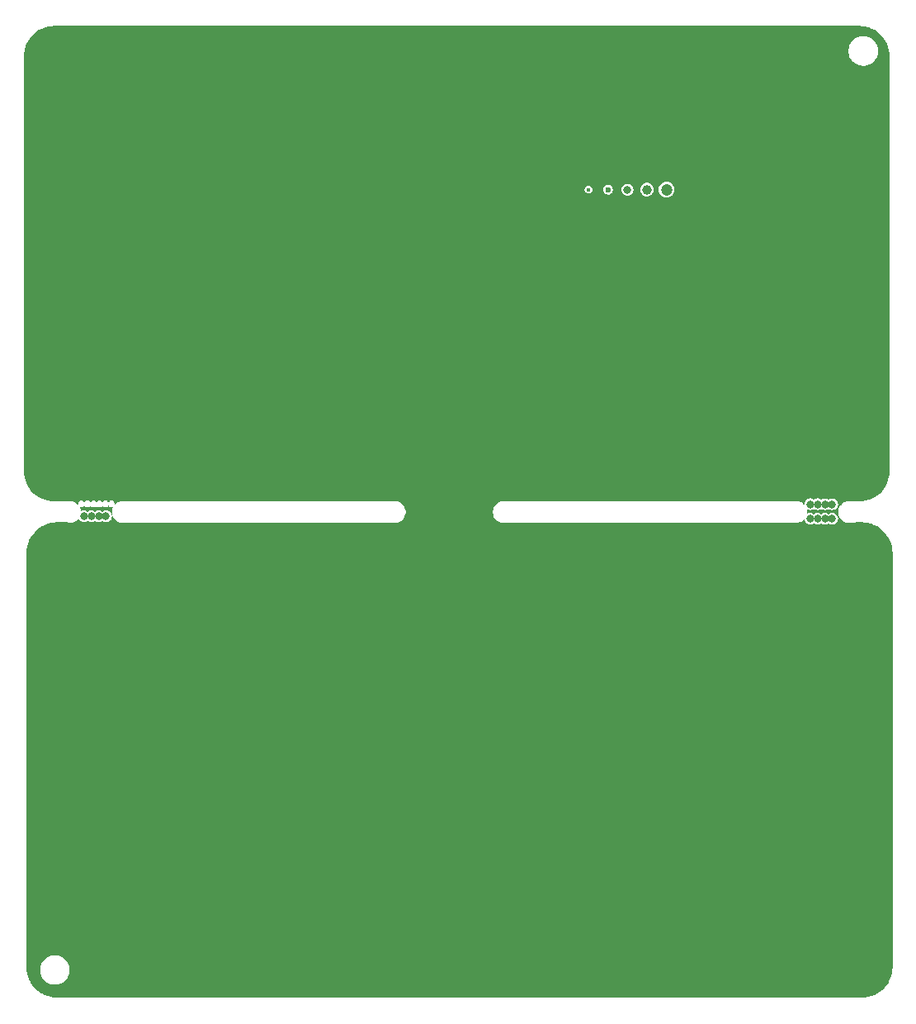
<source format=gbr>
G04 #@! TF.GenerationSoftware,KiCad,Pcbnew,8.0.2*
G04 #@! TF.CreationDate,2024-10-23T21:31:03+03:00*
G04 #@! TF.ProjectId,card_template,63617264-5f74-4656-9d70-6c6174652e6b,00*
G04 #@! TF.SameCoordinates,Original*
G04 #@! TF.FileFunction,Copper,L2,Bot*
G04 #@! TF.FilePolarity,Positive*
%FSLAX46Y46*%
G04 Gerber Fmt 4.6, Leading zero omitted, Abs format (unit mm)*
G04 Created by KiCad (PCBNEW 8.0.2) date 2024-10-23 21:31:03*
%MOMM*%
%LPD*%
G01*
G04 APERTURE LIST*
G04 #@! TA.AperFunction,ViaPad*
%ADD10C,0.800000*%
G04 #@! TD*
G04 #@! TA.AperFunction,ViaPad*
%ADD11C,1.200000*%
G04 #@! TD*
G04 #@! TA.AperFunction,ViaPad*
%ADD12C,0.600000*%
G04 #@! TD*
G04 #@! TA.AperFunction,ViaPad*
%ADD13C,1.000000*%
G04 #@! TD*
G04 #@! TA.AperFunction,ViaPad*
%ADD14C,0.400000*%
G04 #@! TD*
G04 APERTURE END LIST*
D10*
X172500000Y-94250000D03*
D11*
X155500000Y-60500000D03*
D10*
X171000000Y-94250000D03*
X98000000Y-94000000D03*
X171750000Y-92750000D03*
D12*
X149500000Y-60500000D03*
D10*
X96500000Y-94000000D03*
X95750000Y-94000000D03*
X171750000Y-94250000D03*
X172500000Y-92750000D03*
X151500000Y-60500000D03*
X97250000Y-94000000D03*
X171000000Y-92750000D03*
X170250000Y-92750000D03*
D13*
X153500000Y-60500000D03*
D10*
X170250000Y-94250000D03*
D14*
X147500000Y-60500000D03*
G04 #@! TA.AperFunction,NonConductor*
G36*
X175260305Y-43713516D02*
G01*
X175588615Y-43730721D01*
X175589801Y-43730846D01*
X175914224Y-43782229D01*
X175915405Y-43782481D01*
X176120754Y-43837504D01*
X176232651Y-43867488D01*
X176233816Y-43867866D01*
X176404453Y-43933367D01*
X176540446Y-43985570D01*
X176541558Y-43986064D01*
X176834216Y-44135181D01*
X176835266Y-44135788D01*
X177110717Y-44314668D01*
X177111692Y-44315375D01*
X177182027Y-44372331D01*
X177366953Y-44522081D01*
X177367863Y-44522901D01*
X177600098Y-44755136D01*
X177600918Y-44756046D01*
X177789602Y-44989052D01*
X177807618Y-45011299D01*
X177808337Y-45012290D01*
X177987208Y-45287728D01*
X177987821Y-45288788D01*
X178136933Y-45581438D01*
X178137431Y-45582557D01*
X178255133Y-45889183D01*
X178255511Y-45890348D01*
X178340516Y-46207586D01*
X178340771Y-46208784D01*
X178392151Y-46533182D01*
X178392279Y-46534400D01*
X178408946Y-46852438D01*
X178409484Y-46862694D01*
X178409500Y-46863306D01*
X178409500Y-89312693D01*
X178409484Y-89313305D01*
X178392279Y-89641599D01*
X178392151Y-89642817D01*
X178340771Y-89967215D01*
X178340516Y-89968413D01*
X178255511Y-90285651D01*
X178255133Y-90286816D01*
X178137431Y-90593442D01*
X178136933Y-90594561D01*
X177987821Y-90887211D01*
X177987208Y-90888271D01*
X177808337Y-91163709D01*
X177807618Y-91164700D01*
X177600918Y-91419953D01*
X177600098Y-91420863D01*
X177367863Y-91653098D01*
X177366953Y-91653918D01*
X177111700Y-91860618D01*
X177110709Y-91861337D01*
X176835271Y-92040208D01*
X176834211Y-92040821D01*
X176541561Y-92189933D01*
X176540442Y-92190431D01*
X176233816Y-92308133D01*
X176232651Y-92308511D01*
X175915413Y-92393516D01*
X175914215Y-92393771D01*
X175589817Y-92445151D01*
X175588599Y-92445279D01*
X175260305Y-92462484D01*
X175259693Y-92462500D01*
X174244628Y-92462500D01*
X174244225Y-92462493D01*
X174147523Y-92459160D01*
X174147512Y-92459160D01*
X173954759Y-92487200D01*
X173954756Y-92487200D01*
X173954755Y-92487201D01*
X173803206Y-92537886D01*
X173770014Y-92548987D01*
X173599166Y-92642552D01*
X173447618Y-92764935D01*
X173447616Y-92764937D01*
X173447614Y-92764939D01*
X173383893Y-92838600D01*
X173320170Y-92912264D01*
X173220876Y-93079851D01*
X173152878Y-93262392D01*
X173148832Y-93284847D01*
X173118331Y-93454102D01*
X173118331Y-93648898D01*
X173142107Y-93780833D01*
X173152878Y-93840607D01*
X173220876Y-94023148D01*
X173300045Y-94156768D01*
X173320172Y-94190738D01*
X173447614Y-94338061D01*
X173599164Y-94460446D01*
X173770017Y-94554014D01*
X173954755Y-94615799D01*
X174062963Y-94631539D01*
X174147512Y-94643839D01*
X174147515Y-94643839D01*
X174147522Y-94643840D01*
X174231895Y-94640931D01*
X174231897Y-94640932D01*
X174234323Y-94640848D01*
X174234324Y-94640849D01*
X174244467Y-94640498D01*
X174244873Y-94640484D01*
X174244873Y-94640487D01*
X174244881Y-94640483D01*
X174253143Y-94640205D01*
X174253143Y-94640204D01*
X174255130Y-94640138D01*
X174255172Y-94640128D01*
X175544740Y-94595590D01*
X175545730Y-94595598D01*
X175873684Y-94612782D01*
X175874870Y-94612907D01*
X176199296Y-94664286D01*
X176200477Y-94664538D01*
X176424756Y-94724631D01*
X176517729Y-94749542D01*
X176518893Y-94749919D01*
X176825528Y-94867622D01*
X176826640Y-94868116D01*
X177119302Y-95017231D01*
X177120351Y-95017838D01*
X177395807Y-95196718D01*
X177396798Y-95197437D01*
X177652050Y-95404131D01*
X177652960Y-95404951D01*
X177885200Y-95637186D01*
X177886019Y-95638096D01*
X178092725Y-95893349D01*
X178093445Y-95894340D01*
X178272321Y-96169779D01*
X178272934Y-96170839D01*
X178422052Y-96463491D01*
X178422550Y-96464610D01*
X178540258Y-96771238D01*
X178540636Y-96772403D01*
X178625644Y-97089644D01*
X178625899Y-97090842D01*
X178677283Y-97415242D01*
X178677411Y-97416460D01*
X178694548Y-97743384D01*
X178694564Y-97743996D01*
X178694564Y-140194757D01*
X178694548Y-140195369D01*
X178677346Y-140523665D01*
X178677218Y-140524883D01*
X178625841Y-140849282D01*
X178625586Y-140850480D01*
X178540584Y-141167721D01*
X178540206Y-141168886D01*
X178422505Y-141475512D01*
X178422007Y-141476631D01*
X178272896Y-141769283D01*
X178272283Y-141770343D01*
X178093412Y-142045782D01*
X178092693Y-142046773D01*
X177885992Y-142302027D01*
X177885172Y-142302937D01*
X177652937Y-142535172D01*
X177652027Y-142535992D01*
X177396773Y-142742693D01*
X177395782Y-142743412D01*
X177120343Y-142922283D01*
X177119283Y-142922896D01*
X176826631Y-143072007D01*
X176825512Y-143072505D01*
X176518886Y-143190206D01*
X176517721Y-143190584D01*
X176200480Y-143275586D01*
X176199282Y-143275841D01*
X175874883Y-143327218D01*
X175873665Y-143327346D01*
X175545369Y-143344548D01*
X175544757Y-143344564D01*
X92995371Y-143344564D01*
X92994759Y-143344548D01*
X92666468Y-143327339D01*
X92665250Y-143327211D01*
X92340857Y-143275828D01*
X92339659Y-143275573D01*
X92049286Y-143197764D01*
X92022424Y-143190566D01*
X92021260Y-143190189D01*
X91714639Y-143072484D01*
X91713520Y-143071986D01*
X91420875Y-142922872D01*
X91419815Y-142922259D01*
X91359207Y-142882899D01*
X91144379Y-142743384D01*
X91143396Y-142742671D01*
X90888144Y-142535967D01*
X90887234Y-142535147D01*
X90655004Y-142302912D01*
X90654184Y-142302002D01*
X90447495Y-142046756D01*
X90446776Y-142045765D01*
X90267900Y-141770315D01*
X90267293Y-141769266D01*
X90118182Y-141476611D01*
X90117686Y-141475495D01*
X89999989Y-141168872D01*
X89999611Y-141167707D01*
X89916109Y-140856059D01*
X89914609Y-140850462D01*
X89914357Y-140849281D01*
X89862978Y-140524862D01*
X89862853Y-140523665D01*
X89855343Y-140380333D01*
X91229500Y-140380333D01*
X91229500Y-140619666D01*
X91266937Y-140856043D01*
X91266941Y-140856059D01*
X91340893Y-141083661D01*
X91340895Y-141083665D01*
X91340897Y-141083670D01*
X91384028Y-141168318D01*
X91449555Y-141296922D01*
X91590219Y-141490529D01*
X91590223Y-141490533D01*
X91590227Y-141490539D01*
X91759461Y-141659773D01*
X91759466Y-141659777D01*
X91759470Y-141659780D01*
X91953077Y-141800444D01*
X91953082Y-141800446D01*
X91953084Y-141800448D01*
X92166330Y-141909103D01*
X92166335Y-141909104D01*
X92166338Y-141909106D01*
X92263141Y-141940559D01*
X92393949Y-141983061D01*
X92490143Y-141998296D01*
X92630333Y-142020500D01*
X92630334Y-142020500D01*
X92869666Y-142020500D01*
X93106051Y-141983061D01*
X93333670Y-141909103D01*
X93546916Y-141800448D01*
X93740539Y-141659773D01*
X93909773Y-141490539D01*
X94050448Y-141296916D01*
X94159103Y-141083670D01*
X94233061Y-140856051D01*
X94270500Y-140619666D01*
X94270500Y-140380334D01*
X94233061Y-140143949D01*
X94159103Y-139916330D01*
X94050448Y-139703084D01*
X94050446Y-139703082D01*
X94050444Y-139703077D01*
X93909780Y-139509470D01*
X93909777Y-139509466D01*
X93909773Y-139509461D01*
X93740539Y-139340227D01*
X93740533Y-139340223D01*
X93740529Y-139340219D01*
X93546922Y-139199555D01*
X93526762Y-139189283D01*
X93333670Y-139090897D01*
X93333667Y-139090896D01*
X93333665Y-139090895D01*
X93333661Y-139090893D01*
X93106059Y-139016941D01*
X93106043Y-139016937D01*
X92869667Y-138979500D01*
X92869666Y-138979500D01*
X92630334Y-138979500D01*
X92630333Y-138979500D01*
X92393956Y-139016937D01*
X92393940Y-139016941D01*
X92166338Y-139090893D01*
X92166334Y-139090895D01*
X91953077Y-139199555D01*
X91759470Y-139340219D01*
X91759454Y-139340233D01*
X91590233Y-139509454D01*
X91590219Y-139509470D01*
X91449555Y-139703077D01*
X91340895Y-139916334D01*
X91340893Y-139916338D01*
X91266941Y-140143940D01*
X91266937Y-140143956D01*
X91229500Y-140380333D01*
X89855343Y-140380333D01*
X89846193Y-140205697D01*
X89845580Y-140193990D01*
X89845564Y-140193378D01*
X89845564Y-97745370D01*
X89845580Y-97744758D01*
X89854356Y-97577331D01*
X89862789Y-97416447D01*
X89862914Y-97415265D01*
X89914300Y-97090839D01*
X89914550Y-97089665D01*
X89999564Y-96772403D01*
X89999938Y-96771251D01*
X90067005Y-96596538D01*
X90117645Y-96464616D01*
X90118134Y-96463518D01*
X90267265Y-96170839D01*
X90267857Y-96169813D01*
X90446749Y-95894345D01*
X90447443Y-95893388D01*
X90654165Y-95638109D01*
X90654966Y-95637220D01*
X90887220Y-95404966D01*
X90888109Y-95404165D01*
X91143388Y-95197443D01*
X91144345Y-95196749D01*
X91419813Y-95017857D01*
X91420847Y-95017260D01*
X91713518Y-94868134D01*
X91714616Y-94867645D01*
X92021251Y-94749937D01*
X92022416Y-94749560D01*
X92022483Y-94749542D01*
X92339665Y-94664550D01*
X92340839Y-94664300D01*
X92665265Y-94612914D01*
X92666447Y-94612789D01*
X92992508Y-94595698D01*
X92994759Y-94595580D01*
X92995371Y-94595564D01*
X93003350Y-94595564D01*
X94008239Y-94595564D01*
X94010004Y-94595697D01*
X94275555Y-94636242D01*
X94278029Y-94637309D01*
X94278116Y-94637073D01*
X94279856Y-94637704D01*
X94279857Y-94637705D01*
X94285948Y-94637910D01*
X94287300Y-94638035D01*
X94295592Y-94639302D01*
X94295593Y-94639301D01*
X94297792Y-94638760D01*
X94300988Y-94638427D01*
X94385490Y-94641339D01*
X94578280Y-94613290D01*
X94763038Y-94551490D01*
X94933905Y-94457900D01*
X95085463Y-94335486D01*
X95176866Y-94229799D01*
X95184869Y-94225784D01*
X95193368Y-94228603D01*
X95196524Y-94232976D01*
X95225459Y-94302832D01*
X95225463Y-94302838D01*
X95225464Y-94302841D01*
X95321718Y-94428282D01*
X95447159Y-94524536D01*
X95447163Y-94524537D01*
X95447167Y-94524540D01*
X95562150Y-94572167D01*
X95593238Y-94585044D01*
X95750000Y-94605682D01*
X95906762Y-94585044D01*
X96007633Y-94543262D01*
X96052832Y-94524540D01*
X96052833Y-94524539D01*
X96052841Y-94524536D01*
X96117878Y-94474630D01*
X96126527Y-94472313D01*
X96132120Y-94474630D01*
X96197159Y-94524536D01*
X96197163Y-94524537D01*
X96197167Y-94524540D01*
X96312150Y-94572167D01*
X96343238Y-94585044D01*
X96500000Y-94605682D01*
X96656762Y-94585044D01*
X96757633Y-94543262D01*
X96802832Y-94524540D01*
X96802833Y-94524539D01*
X96802841Y-94524536D01*
X96867878Y-94474630D01*
X96876527Y-94472313D01*
X96882120Y-94474630D01*
X96947159Y-94524536D01*
X96947163Y-94524537D01*
X96947167Y-94524540D01*
X97062150Y-94572167D01*
X97093238Y-94585044D01*
X97250000Y-94605682D01*
X97406762Y-94585044D01*
X97507633Y-94543262D01*
X97552832Y-94524540D01*
X97552833Y-94524539D01*
X97552841Y-94524536D01*
X97617878Y-94474630D01*
X97626527Y-94472313D01*
X97632120Y-94474630D01*
X97697159Y-94524536D01*
X97697163Y-94524537D01*
X97697167Y-94524540D01*
X97812150Y-94572167D01*
X97843238Y-94585044D01*
X98000000Y-94605682D01*
X98156762Y-94585044D01*
X98257633Y-94543262D01*
X98302832Y-94524540D01*
X98302833Y-94524539D01*
X98302841Y-94524536D01*
X98428282Y-94428282D01*
X98524536Y-94302841D01*
X98585044Y-94156762D01*
X98605682Y-94000000D01*
X98585044Y-93843238D01*
X98559195Y-93780833D01*
X98524540Y-93697167D01*
X98524537Y-93697163D01*
X98524536Y-93697159D01*
X98428282Y-93571718D01*
X98302841Y-93475464D01*
X98302838Y-93475463D01*
X98302832Y-93475459D01*
X98156768Y-93414958D01*
X98156759Y-93414955D01*
X98000000Y-93394318D01*
X97843240Y-93414955D01*
X97843231Y-93414958D01*
X97697167Y-93475459D01*
X97697153Y-93475468D01*
X97632122Y-93525368D01*
X97623473Y-93527686D01*
X97617878Y-93525368D01*
X97552846Y-93475468D01*
X97552847Y-93475468D01*
X97552841Y-93475464D01*
X97552837Y-93475462D01*
X97552832Y-93475459D01*
X97406768Y-93414958D01*
X97406759Y-93414955D01*
X97250000Y-93394318D01*
X97093240Y-93414955D01*
X97093231Y-93414958D01*
X96947167Y-93475459D01*
X96947153Y-93475468D01*
X96882122Y-93525368D01*
X96873473Y-93527686D01*
X96867878Y-93525368D01*
X96802846Y-93475468D01*
X96802847Y-93475468D01*
X96802841Y-93475464D01*
X96802837Y-93475462D01*
X96802832Y-93475459D01*
X96656768Y-93414958D01*
X96656759Y-93414955D01*
X96500000Y-93394318D01*
X96343240Y-93414955D01*
X96343231Y-93414958D01*
X96197167Y-93475459D01*
X96197153Y-93475468D01*
X96132122Y-93525368D01*
X96123473Y-93527686D01*
X96117878Y-93525368D01*
X96052846Y-93475468D01*
X96052847Y-93475468D01*
X96052841Y-93475464D01*
X96052837Y-93475462D01*
X96052832Y-93475459D01*
X95906768Y-93414958D01*
X95906759Y-93414955D01*
X95750000Y-93394318D01*
X95593240Y-93414955D01*
X95593231Y-93414958D01*
X95447167Y-93475459D01*
X95447157Y-93475465D01*
X95433475Y-93485963D01*
X95424825Y-93488280D01*
X95417070Y-93483802D01*
X95414653Y-93476683D01*
X95414649Y-93451376D01*
X95414562Y-93450896D01*
X95408078Y-93414958D01*
X95380055Y-93259652D01*
X95314510Y-93083822D01*
X95312006Y-93077105D01*
X95310758Y-93075000D01*
X95287575Y-93035896D01*
X95286304Y-93027034D01*
X95291673Y-93019867D01*
X95300537Y-93018595D01*
X95303490Y-93019799D01*
X95340405Y-93041113D01*
X95340409Y-93041115D01*
X95396829Y-93056232D01*
X95429549Y-93064999D01*
X95429551Y-93065000D01*
X95429552Y-93065000D01*
X95521841Y-93065000D01*
X95521841Y-93064999D01*
X95573660Y-93051115D01*
X95610982Y-93041115D01*
X95610986Y-93041113D01*
X95673584Y-93004971D01*
X95690908Y-92994969D01*
X95756165Y-92929712D01*
X95772678Y-92901110D01*
X95779781Y-92895661D01*
X95788659Y-92896829D01*
X95792939Y-92901109D01*
X95815227Y-92939712D01*
X95880484Y-93004969D01*
X95880485Y-93004970D01*
X95880487Y-93004971D01*
X95960405Y-93051113D01*
X95960409Y-93051115D01*
X96012231Y-93065000D01*
X96049549Y-93074999D01*
X96049551Y-93075000D01*
X96049552Y-93075000D01*
X96141841Y-93075000D01*
X96141841Y-93074999D01*
X96186412Y-93063057D01*
X96230982Y-93051115D01*
X96230986Y-93051113D01*
X96272691Y-93027034D01*
X96310908Y-93004969D01*
X96376165Y-92939712D01*
X96394725Y-92907563D01*
X96401829Y-92902114D01*
X96410707Y-92903282D01*
X96414989Y-92907565D01*
X96433547Y-92939708D01*
X96433549Y-92939711D01*
X96433550Y-92939712D01*
X96498807Y-93004969D01*
X96498808Y-93004970D01*
X96498810Y-93004971D01*
X96578728Y-93051113D01*
X96578732Y-93051115D01*
X96630554Y-93065000D01*
X96667872Y-93074999D01*
X96667874Y-93075000D01*
X96667875Y-93075000D01*
X96760164Y-93075000D01*
X96760164Y-93074999D01*
X96804735Y-93063057D01*
X96849305Y-93051115D01*
X96849309Y-93051113D01*
X96891014Y-93027034D01*
X96929231Y-93004969D01*
X96994488Y-92939712D01*
X97013048Y-92907563D01*
X97020152Y-92902114D01*
X97029030Y-92903282D01*
X97033312Y-92907565D01*
X97051870Y-92939708D01*
X97051872Y-92939711D01*
X97051873Y-92939712D01*
X97117130Y-93004969D01*
X97117131Y-93004970D01*
X97117133Y-93004971D01*
X97197051Y-93051113D01*
X97197055Y-93051115D01*
X97248877Y-93065000D01*
X97286195Y-93074999D01*
X97286197Y-93075000D01*
X97286198Y-93075000D01*
X97378487Y-93075000D01*
X97378487Y-93074999D01*
X97423058Y-93063057D01*
X97467628Y-93051115D01*
X97467632Y-93051113D01*
X97509337Y-93027034D01*
X97547554Y-93004969D01*
X97612811Y-92939712D01*
X97631371Y-92907563D01*
X97638475Y-92902114D01*
X97647353Y-92903282D01*
X97651635Y-92907565D01*
X97670193Y-92939708D01*
X97670195Y-92939711D01*
X97670196Y-92939712D01*
X97735453Y-93004969D01*
X97735454Y-93004970D01*
X97735456Y-93004971D01*
X97815374Y-93051113D01*
X97815378Y-93051115D01*
X97867200Y-93065000D01*
X97904518Y-93074999D01*
X97904520Y-93075000D01*
X97904521Y-93075000D01*
X97996810Y-93075000D01*
X97996810Y-93074999D01*
X98041381Y-93063057D01*
X98085951Y-93051115D01*
X98085955Y-93051113D01*
X98127660Y-93027034D01*
X98165877Y-93004969D01*
X98231134Y-92939712D01*
X98243701Y-92917944D01*
X98250803Y-92912495D01*
X98259682Y-92913663D01*
X98263964Y-92917946D01*
X98276528Y-92939708D01*
X98276530Y-92939711D01*
X98276531Y-92939712D01*
X98341788Y-93004969D01*
X98341789Y-93004970D01*
X98341791Y-93004971D01*
X98421709Y-93051113D01*
X98421713Y-93051115D01*
X98473535Y-93065000D01*
X98510853Y-93074999D01*
X98510855Y-93075000D01*
X98510856Y-93075000D01*
X98603145Y-93075000D01*
X98603145Y-93074999D01*
X98647716Y-93063057D01*
X98692286Y-93051115D01*
X98692288Y-93051114D01*
X98706215Y-93043072D01*
X98715091Y-93041903D01*
X98722196Y-93047354D01*
X98723366Y-93056232D01*
X98722130Y-93059169D01*
X98709876Y-93079851D01*
X98641878Y-93262392D01*
X98637832Y-93284847D01*
X98607331Y-93454102D01*
X98607331Y-93648898D01*
X98631107Y-93780833D01*
X98641878Y-93840607D01*
X98709876Y-94023148D01*
X98789045Y-94156768D01*
X98809172Y-94190738D01*
X98936614Y-94338061D01*
X99088164Y-94460446D01*
X99259017Y-94554014D01*
X99443755Y-94615799D01*
X99551963Y-94631539D01*
X99636512Y-94643839D01*
X99636515Y-94643839D01*
X99636522Y-94643840D01*
X99733231Y-94640505D01*
X99733633Y-94640499D01*
X127610434Y-94644999D01*
X127610723Y-94645005D01*
X127707478Y-94648340D01*
X127707485Y-94648339D01*
X127707487Y-94648339D01*
X127773335Y-94638760D01*
X127900245Y-94620299D01*
X128084983Y-94558514D01*
X128255836Y-94464946D01*
X128407386Y-94342561D01*
X128534828Y-94195238D01*
X128634123Y-94027649D01*
X128702122Y-93845106D01*
X128736669Y-93653398D01*
X128736669Y-93458602D01*
X128735858Y-93454102D01*
X137691331Y-93454102D01*
X137691331Y-93648898D01*
X137715107Y-93780833D01*
X137725878Y-93840607D01*
X137793876Y-94023148D01*
X137873045Y-94156768D01*
X137893172Y-94190738D01*
X138020614Y-94338061D01*
X138172164Y-94460446D01*
X138343017Y-94554014D01*
X138527755Y-94615799D01*
X138635963Y-94631539D01*
X138720512Y-94643839D01*
X138720515Y-94643839D01*
X138720522Y-94643840D01*
X138817282Y-94640504D01*
X138817571Y-94640498D01*
X168830373Y-94635000D01*
X168830774Y-94635006D01*
X168927478Y-94638340D01*
X168927485Y-94638339D01*
X168927487Y-94638339D01*
X168984984Y-94629974D01*
X169120245Y-94610299D01*
X169304983Y-94548514D01*
X169475836Y-94454946D01*
X169627386Y-94332561D01*
X169634468Y-94324373D01*
X169642471Y-94320359D01*
X169650970Y-94323179D01*
X169654916Y-94330501D01*
X169664955Y-94406759D01*
X169664958Y-94406768D01*
X169725459Y-94552832D01*
X169725463Y-94552838D01*
X169725464Y-94552841D01*
X169821718Y-94678282D01*
X169947159Y-94774536D01*
X169947163Y-94774537D01*
X169947167Y-94774540D01*
X170074573Y-94827312D01*
X170093238Y-94835044D01*
X170250000Y-94855682D01*
X170406762Y-94835044D01*
X170502322Y-94795461D01*
X170552832Y-94774540D01*
X170552833Y-94774539D01*
X170552841Y-94774536D01*
X170617878Y-94724630D01*
X170626527Y-94722313D01*
X170632120Y-94724630D01*
X170697159Y-94774536D01*
X170697163Y-94774537D01*
X170697167Y-94774540D01*
X170824573Y-94827312D01*
X170843238Y-94835044D01*
X171000000Y-94855682D01*
X171156762Y-94835044D01*
X171252322Y-94795461D01*
X171302832Y-94774540D01*
X171302833Y-94774539D01*
X171302841Y-94774536D01*
X171367878Y-94724630D01*
X171376527Y-94722313D01*
X171382120Y-94724630D01*
X171447159Y-94774536D01*
X171447163Y-94774537D01*
X171447167Y-94774540D01*
X171574573Y-94827312D01*
X171593238Y-94835044D01*
X171750000Y-94855682D01*
X171906762Y-94835044D01*
X172002322Y-94795461D01*
X172052832Y-94774540D01*
X172052833Y-94774539D01*
X172052841Y-94774536D01*
X172117878Y-94724630D01*
X172126527Y-94722313D01*
X172132120Y-94724630D01*
X172197159Y-94774536D01*
X172197163Y-94774537D01*
X172197167Y-94774540D01*
X172324573Y-94827312D01*
X172343238Y-94835044D01*
X172500000Y-94855682D01*
X172656762Y-94835044D01*
X172752322Y-94795461D01*
X172802832Y-94774540D01*
X172802833Y-94774539D01*
X172802841Y-94774536D01*
X172928282Y-94678282D01*
X173024536Y-94552841D01*
X173026329Y-94548514D01*
X173065085Y-94454947D01*
X173085044Y-94406762D01*
X173105682Y-94250000D01*
X173085044Y-94093238D01*
X173057876Y-94027648D01*
X173024540Y-93947167D01*
X173024537Y-93947163D01*
X173024536Y-93947159D01*
X172928282Y-93821718D01*
X172802841Y-93725464D01*
X172802838Y-93725463D01*
X172802832Y-93725459D01*
X172656768Y-93664958D01*
X172656759Y-93664955D01*
X172500000Y-93644318D01*
X172343240Y-93664955D01*
X172343231Y-93664958D01*
X172197167Y-93725459D01*
X172197153Y-93725468D01*
X172132122Y-93775368D01*
X172123473Y-93777686D01*
X172117878Y-93775368D01*
X172052846Y-93725468D01*
X172052847Y-93725468D01*
X172052841Y-93725464D01*
X172052837Y-93725462D01*
X172052832Y-93725459D01*
X171906768Y-93664958D01*
X171906759Y-93664955D01*
X171750000Y-93644318D01*
X171593240Y-93664955D01*
X171593231Y-93664958D01*
X171447167Y-93725459D01*
X171447153Y-93725468D01*
X171382122Y-93775368D01*
X171373473Y-93777686D01*
X171367878Y-93775368D01*
X171302846Y-93725468D01*
X171302847Y-93725468D01*
X171302841Y-93725464D01*
X171302837Y-93725462D01*
X171302832Y-93725459D01*
X171156768Y-93664958D01*
X171156759Y-93664955D01*
X171000000Y-93644318D01*
X170843240Y-93664955D01*
X170843231Y-93664958D01*
X170697167Y-93725459D01*
X170697153Y-93725468D01*
X170632122Y-93775368D01*
X170623473Y-93777686D01*
X170617878Y-93775368D01*
X170552846Y-93725468D01*
X170552847Y-93725468D01*
X170552841Y-93725464D01*
X170552837Y-93725462D01*
X170552832Y-93725459D01*
X170406768Y-93664958D01*
X170406759Y-93664955D01*
X170250000Y-93644318D01*
X170093240Y-93664955D01*
X170093231Y-93664958D01*
X169961245Y-93719628D01*
X169952291Y-93719628D01*
X169945959Y-93713296D01*
X169945253Y-93706744D01*
X169946979Y-93697167D01*
X169956669Y-93643398D01*
X169956669Y-93448602D01*
X169927159Y-93284846D01*
X169929065Y-93276097D01*
X169936599Y-93271257D01*
X169945349Y-93273163D01*
X169945779Y-93273477D01*
X169947159Y-93274536D01*
X169947161Y-93274537D01*
X169947167Y-93274540D01*
X170074573Y-93327312D01*
X170093238Y-93335044D01*
X170250000Y-93355682D01*
X170406762Y-93335044D01*
X170527948Y-93284847D01*
X170552832Y-93274540D01*
X170552833Y-93274539D01*
X170552841Y-93274536D01*
X170617878Y-93224630D01*
X170626527Y-93222313D01*
X170632120Y-93224630D01*
X170697159Y-93274536D01*
X170697163Y-93274537D01*
X170697167Y-93274540D01*
X170824573Y-93327312D01*
X170843238Y-93335044D01*
X171000000Y-93355682D01*
X171156762Y-93335044D01*
X171277948Y-93284847D01*
X171302832Y-93274540D01*
X171302833Y-93274539D01*
X171302841Y-93274536D01*
X171367878Y-93224630D01*
X171376527Y-93222313D01*
X171382120Y-93224630D01*
X171447159Y-93274536D01*
X171447163Y-93274537D01*
X171447167Y-93274540D01*
X171574573Y-93327312D01*
X171593238Y-93335044D01*
X171750000Y-93355682D01*
X171906762Y-93335044D01*
X172027948Y-93284847D01*
X172052832Y-93274540D01*
X172052833Y-93274539D01*
X172052841Y-93274536D01*
X172117878Y-93224630D01*
X172126527Y-93222313D01*
X172132120Y-93224630D01*
X172197159Y-93274536D01*
X172197163Y-93274537D01*
X172197167Y-93274540D01*
X172324573Y-93327312D01*
X172343238Y-93335044D01*
X172500000Y-93355682D01*
X172656762Y-93335044D01*
X172777948Y-93284847D01*
X172802832Y-93274540D01*
X172802833Y-93274539D01*
X172802841Y-93274536D01*
X172928282Y-93178282D01*
X173024536Y-93052841D01*
X173025252Y-93051114D01*
X173071395Y-92939713D01*
X173085044Y-92906762D01*
X173105682Y-92750000D01*
X173085044Y-92593238D01*
X173065360Y-92545716D01*
X173024540Y-92447167D01*
X173024537Y-92447163D01*
X173024536Y-92447159D01*
X172928282Y-92321718D01*
X172802841Y-92225464D01*
X172802838Y-92225463D01*
X172802832Y-92225459D01*
X172656768Y-92164958D01*
X172656759Y-92164955D01*
X172500000Y-92144318D01*
X172343240Y-92164955D01*
X172343231Y-92164958D01*
X172197167Y-92225459D01*
X172197153Y-92225468D01*
X172132122Y-92275368D01*
X172123473Y-92277686D01*
X172117878Y-92275368D01*
X172052846Y-92225468D01*
X172052847Y-92225468D01*
X172052841Y-92225464D01*
X172052837Y-92225462D01*
X172052832Y-92225459D01*
X171906768Y-92164958D01*
X171906759Y-92164955D01*
X171750000Y-92144318D01*
X171593240Y-92164955D01*
X171593231Y-92164958D01*
X171447167Y-92225459D01*
X171447153Y-92225468D01*
X171382122Y-92275368D01*
X171373473Y-92277686D01*
X171367878Y-92275368D01*
X171302846Y-92225468D01*
X171302847Y-92225468D01*
X171302841Y-92225464D01*
X171302837Y-92225462D01*
X171302832Y-92225459D01*
X171156768Y-92164958D01*
X171156759Y-92164955D01*
X171000000Y-92144318D01*
X170843240Y-92164955D01*
X170843231Y-92164958D01*
X170697167Y-92225459D01*
X170697153Y-92225468D01*
X170632122Y-92275368D01*
X170623473Y-92277686D01*
X170617878Y-92275368D01*
X170552846Y-92225468D01*
X170552847Y-92225468D01*
X170552841Y-92225464D01*
X170552837Y-92225462D01*
X170552832Y-92225459D01*
X170406768Y-92164958D01*
X170406759Y-92164955D01*
X170250000Y-92144318D01*
X170093240Y-92164955D01*
X170093231Y-92164958D01*
X169947167Y-92225459D01*
X169947157Y-92225465D01*
X169821718Y-92321718D01*
X169725465Y-92447157D01*
X169725459Y-92447167D01*
X169664958Y-92593231D01*
X169664955Y-92593240D01*
X169644290Y-92750210D01*
X169639812Y-92757965D01*
X169631163Y-92760283D01*
X169625339Y-92757786D01*
X169526979Y-92678355D01*
X169475836Y-92637054D01*
X169475834Y-92637053D01*
X169475833Y-92637052D01*
X169304985Y-92543487D01*
X169304984Y-92543486D01*
X169304983Y-92543486D01*
X169120245Y-92481701D01*
X169120241Y-92481700D01*
X169120240Y-92481700D01*
X168927487Y-92453660D01*
X168927476Y-92453660D01*
X168830773Y-92456993D01*
X168830372Y-92457000D01*
X138817627Y-92462498D01*
X138817222Y-92462491D01*
X138720523Y-92459160D01*
X138720512Y-92459160D01*
X138527759Y-92487200D01*
X138527756Y-92487200D01*
X138527755Y-92487201D01*
X138376206Y-92537886D01*
X138343014Y-92548987D01*
X138172166Y-92642552D01*
X138020618Y-92764935D01*
X138020616Y-92764937D01*
X138020614Y-92764939D01*
X137956893Y-92838600D01*
X137893170Y-92912264D01*
X137793876Y-93079851D01*
X137725878Y-93262392D01*
X137721832Y-93284847D01*
X137691331Y-93454102D01*
X128735858Y-93454102D01*
X128702122Y-93266894D01*
X128634123Y-93084351D01*
X128534828Y-92916762D01*
X128407386Y-92769439D01*
X128255836Y-92647054D01*
X128255834Y-92647053D01*
X128255833Y-92647052D01*
X128084985Y-92553487D01*
X128084984Y-92553486D01*
X128084983Y-92553486D01*
X127900245Y-92491701D01*
X127900241Y-92491700D01*
X127900240Y-92491700D01*
X127707487Y-92463660D01*
X127707476Y-92463660D01*
X127610769Y-92466992D01*
X127610364Y-92466999D01*
X99733619Y-92462499D01*
X99733218Y-92462492D01*
X99636523Y-92459160D01*
X99636512Y-92459160D01*
X99443759Y-92487200D01*
X99443756Y-92487200D01*
X99443755Y-92487201D01*
X99292206Y-92537886D01*
X99259014Y-92548987D01*
X99088166Y-92642552D01*
X98936618Y-92764935D01*
X98936610Y-92764943D01*
X98928048Y-92774840D01*
X98920044Y-92778855D01*
X98911545Y-92776033D01*
X98907530Y-92768029D01*
X98907500Y-92767185D01*
X98907500Y-92678355D01*
X98907499Y-92678353D01*
X98904820Y-92668356D01*
X98897907Y-92642554D01*
X98883615Y-92589213D01*
X98883613Y-92589209D01*
X98837471Y-92509291D01*
X98837467Y-92509286D01*
X98772213Y-92444032D01*
X98772208Y-92444028D01*
X98692290Y-92397886D01*
X98692286Y-92397884D01*
X98603146Y-92374000D01*
X98603144Y-92374000D01*
X98510856Y-92374000D01*
X98510853Y-92374000D01*
X98421713Y-92397884D01*
X98421709Y-92397886D01*
X98341791Y-92444028D01*
X98341786Y-92444032D01*
X98276532Y-92509286D01*
X98276528Y-92509292D01*
X98263964Y-92531053D01*
X98256860Y-92536504D01*
X98247982Y-92535335D01*
X98243701Y-92531055D01*
X98231134Y-92509288D01*
X98165877Y-92444031D01*
X98165876Y-92444030D01*
X98165873Y-92444028D01*
X98085955Y-92397886D01*
X98085951Y-92397884D01*
X97996811Y-92374000D01*
X97996809Y-92374000D01*
X97904521Y-92374000D01*
X97904518Y-92374000D01*
X97815378Y-92397884D01*
X97815374Y-92397886D01*
X97735456Y-92444028D01*
X97735451Y-92444032D01*
X97670197Y-92509286D01*
X97670193Y-92509292D01*
X97651635Y-92541434D01*
X97644531Y-92546885D01*
X97635653Y-92545716D01*
X97631371Y-92541434D01*
X97612813Y-92509291D01*
X97612809Y-92509286D01*
X97547555Y-92444032D01*
X97547550Y-92444028D01*
X97467632Y-92397886D01*
X97467628Y-92397884D01*
X97378488Y-92374000D01*
X97378486Y-92374000D01*
X97286198Y-92374000D01*
X97286195Y-92374000D01*
X97197055Y-92397884D01*
X97197051Y-92397886D01*
X97117133Y-92444028D01*
X97117128Y-92444032D01*
X97051874Y-92509286D01*
X97051870Y-92509292D01*
X97033312Y-92541434D01*
X97026208Y-92546885D01*
X97017330Y-92545716D01*
X97013048Y-92541434D01*
X96994490Y-92509291D01*
X96994486Y-92509286D01*
X96929232Y-92444032D01*
X96929227Y-92444028D01*
X96849309Y-92397886D01*
X96849305Y-92397884D01*
X96760165Y-92374000D01*
X96760163Y-92374000D01*
X96667875Y-92374000D01*
X96667872Y-92374000D01*
X96578732Y-92397884D01*
X96578728Y-92397886D01*
X96498810Y-92444028D01*
X96498805Y-92444032D01*
X96433551Y-92509286D01*
X96433547Y-92509292D01*
X96414989Y-92541434D01*
X96407885Y-92546885D01*
X96399007Y-92545716D01*
X96394725Y-92541434D01*
X96376167Y-92509291D01*
X96376163Y-92509286D01*
X96310909Y-92444032D01*
X96310904Y-92444028D01*
X96230986Y-92397886D01*
X96230982Y-92397884D01*
X96141842Y-92374000D01*
X96141840Y-92374000D01*
X96049552Y-92374000D01*
X96049549Y-92374000D01*
X95960409Y-92397884D01*
X95960405Y-92397886D01*
X95880487Y-92444028D01*
X95880482Y-92444032D01*
X95815228Y-92509286D01*
X95815224Y-92509292D01*
X95798714Y-92537886D01*
X95791610Y-92543337D01*
X95782732Y-92542168D01*
X95778450Y-92537886D01*
X95756167Y-92499291D01*
X95756163Y-92499286D01*
X95690909Y-92434032D01*
X95690904Y-92434028D01*
X95610986Y-92387886D01*
X95610982Y-92387884D01*
X95521842Y-92364000D01*
X95521840Y-92364000D01*
X95429552Y-92364000D01*
X95429549Y-92364000D01*
X95340409Y-92387884D01*
X95340405Y-92387886D01*
X95260487Y-92434028D01*
X95260482Y-92434032D01*
X95195228Y-92499286D01*
X95195224Y-92499291D01*
X95149082Y-92579209D01*
X95149080Y-92579213D01*
X95125196Y-92668353D01*
X95125196Y-92760646D01*
X95130578Y-92780733D01*
X95129409Y-92789611D01*
X95122305Y-92795062D01*
X95113427Y-92793893D01*
X95110432Y-92791420D01*
X95085154Y-92762215D01*
X94981243Y-92678353D01*
X94933552Y-92639864D01*
X94933551Y-92639863D01*
X94933548Y-92639861D01*
X94762644Y-92546337D01*
X94762640Y-92546335D01*
X94762639Y-92546335D01*
X94577866Y-92484610D01*
X94385060Y-92456637D01*
X94288721Y-92459993D01*
X94288333Y-92460000D01*
X92710320Y-92462499D01*
X92709689Y-92462483D01*
X92381400Y-92445279D01*
X92380182Y-92445151D01*
X92055784Y-92393771D01*
X92054586Y-92393516D01*
X91737348Y-92308511D01*
X91736183Y-92308133D01*
X91429557Y-92190431D01*
X91428438Y-92189933D01*
X91135788Y-92040821D01*
X91134728Y-92040208D01*
X90859290Y-91861337D01*
X90858303Y-91860621D01*
X90603046Y-91653918D01*
X90602136Y-91653098D01*
X90369901Y-91420863D01*
X90369081Y-91419953D01*
X90296161Y-91329904D01*
X90162375Y-91164692D01*
X90161668Y-91163717D01*
X89982788Y-90888266D01*
X89982178Y-90887211D01*
X89833066Y-90594561D01*
X89832568Y-90593442D01*
X89714866Y-90286816D01*
X89714488Y-90285651D01*
X89629483Y-89968413D01*
X89629228Y-89967215D01*
X89577846Y-89642801D01*
X89577721Y-89641615D01*
X89560516Y-89313305D01*
X89560500Y-89312693D01*
X89560500Y-60499999D01*
X147094508Y-60499999D01*
X147094508Y-60500000D01*
X147114353Y-60625302D01*
X147114353Y-60625303D01*
X147114354Y-60625304D01*
X147171950Y-60738342D01*
X147261658Y-60828050D01*
X147374696Y-60885646D01*
X147500000Y-60905492D01*
X147625304Y-60885646D01*
X147738342Y-60828050D01*
X147828050Y-60738342D01*
X147885646Y-60625304D01*
X147905492Y-60500000D01*
X148994353Y-60500000D01*
X149014834Y-60642455D01*
X149021367Y-60656759D01*
X149074623Y-60773373D01*
X149168872Y-60882143D01*
X149289947Y-60959953D01*
X149396694Y-60991296D01*
X149428038Y-61000500D01*
X149428039Y-61000500D01*
X149571961Y-61000500D01*
X149710053Y-60959953D01*
X149831128Y-60882143D01*
X149925377Y-60773373D01*
X149985165Y-60642457D01*
X150005647Y-60500000D01*
X150894318Y-60500000D01*
X150914955Y-60656759D01*
X150914958Y-60656768D01*
X150975459Y-60802832D01*
X150975463Y-60802838D01*
X150975464Y-60802841D01*
X151071718Y-60928282D01*
X151197159Y-61024536D01*
X151197163Y-61024537D01*
X151197167Y-61024540D01*
X151324573Y-61077312D01*
X151343238Y-61085044D01*
X151500000Y-61105682D01*
X151656762Y-61085044D01*
X151752322Y-61045461D01*
X151802832Y-61024540D01*
X151802833Y-61024539D01*
X151802841Y-61024536D01*
X151928282Y-60928282D01*
X152024536Y-60802841D01*
X152085044Y-60656762D01*
X152105682Y-60500000D01*
X152794355Y-60500000D01*
X152814860Y-60668874D01*
X152875180Y-60827927D01*
X152875184Y-60827933D01*
X152971813Y-60967924D01*
X152971814Y-60967925D01*
X152971817Y-60967929D01*
X153099148Y-61080734D01*
X153146680Y-61105681D01*
X153249774Y-61159790D01*
X153332359Y-61180145D01*
X153414944Y-61200500D01*
X153414945Y-61200500D01*
X153585055Y-61200500D01*
X153585056Y-61200500D01*
X153750225Y-61159790D01*
X153900852Y-61080734D01*
X154028183Y-60967929D01*
X154124818Y-60827930D01*
X154185140Y-60668872D01*
X154205645Y-60500000D01*
X154205645Y-60499996D01*
X154694435Y-60499996D01*
X154694435Y-60500003D01*
X154714631Y-60679252D01*
X154714631Y-60679253D01*
X154774209Y-60849518D01*
X154774210Y-60849520D01*
X154774211Y-60849522D01*
X154869077Y-61000500D01*
X154870187Y-61002266D01*
X154997733Y-61129812D01*
X154997735Y-61129813D01*
X154997738Y-61129816D01*
X155150478Y-61225789D01*
X155320745Y-61285368D01*
X155380496Y-61292100D01*
X155499996Y-61305565D01*
X155500000Y-61305565D01*
X155500004Y-61305565D01*
X155602431Y-61294023D01*
X155679255Y-61285368D01*
X155849522Y-61225789D01*
X156002262Y-61129816D01*
X156129816Y-61002262D01*
X156225789Y-60849522D01*
X156285368Y-60679255D01*
X156305565Y-60500000D01*
X156285368Y-60320745D01*
X156225789Y-60150478D01*
X156129816Y-59997738D01*
X156129813Y-59997735D01*
X156129812Y-59997733D01*
X156002266Y-59870187D01*
X156002263Y-59870185D01*
X156002262Y-59870184D01*
X155849522Y-59774211D01*
X155849520Y-59774210D01*
X155849518Y-59774209D01*
X155679252Y-59714631D01*
X155500004Y-59694435D01*
X155499996Y-59694435D01*
X155320747Y-59714631D01*
X155320746Y-59714631D01*
X155150481Y-59774209D01*
X154997733Y-59870187D01*
X154870187Y-59997733D01*
X154774209Y-60150481D01*
X154714631Y-60320746D01*
X154714631Y-60320747D01*
X154694435Y-60499996D01*
X154205645Y-60499996D01*
X154185140Y-60331128D01*
X154158794Y-60261658D01*
X154124819Y-60172072D01*
X154124815Y-60172066D01*
X154028186Y-60032075D01*
X154028185Y-60032074D01*
X154028183Y-60032071D01*
X153900852Y-59919266D01*
X153892638Y-59914955D01*
X153750225Y-59840209D01*
X153617715Y-59807549D01*
X153585056Y-59799500D01*
X153414944Y-59799500D01*
X153387676Y-59806220D01*
X153249774Y-59840209D01*
X153099149Y-59919265D01*
X153099148Y-59919266D01*
X152971817Y-60032071D01*
X152971816Y-60032072D01*
X152971813Y-60032075D01*
X152875184Y-60172066D01*
X152875180Y-60172072D01*
X152814860Y-60331125D01*
X152794355Y-60500000D01*
X152105682Y-60500000D01*
X152085044Y-60343238D01*
X152075728Y-60320747D01*
X152024540Y-60197167D01*
X152024537Y-60197163D01*
X152024536Y-60197159D01*
X151928282Y-60071718D01*
X151802841Y-59975464D01*
X151802838Y-59975463D01*
X151802832Y-59975459D01*
X151656768Y-59914958D01*
X151656759Y-59914955D01*
X151500000Y-59894318D01*
X151343240Y-59914955D01*
X151343231Y-59914958D01*
X151197167Y-59975459D01*
X151197157Y-59975465D01*
X151071718Y-60071718D01*
X150975465Y-60197157D01*
X150975459Y-60197167D01*
X150914958Y-60343231D01*
X150914955Y-60343240D01*
X150894318Y-60500000D01*
X150005647Y-60500000D01*
X149985165Y-60357543D01*
X149925377Y-60226627D01*
X149831128Y-60117857D01*
X149710053Y-60040047D01*
X149641007Y-60019773D01*
X149571962Y-59999500D01*
X149571961Y-59999500D01*
X149428039Y-59999500D01*
X149428038Y-59999500D01*
X149317111Y-60032071D01*
X149289947Y-60040047D01*
X149168872Y-60117857D01*
X149168870Y-60117858D01*
X149168870Y-60117859D01*
X149074622Y-60226628D01*
X149014834Y-60357544D01*
X148994353Y-60500000D01*
X147905492Y-60500000D01*
X147905491Y-60499996D01*
X147885646Y-60374697D01*
X147885646Y-60374696D01*
X147828050Y-60261658D01*
X147738342Y-60171950D01*
X147625304Y-60114354D01*
X147625303Y-60114353D01*
X147625302Y-60114353D01*
X147500000Y-60094508D01*
X147374697Y-60114353D01*
X147261657Y-60171950D01*
X147171950Y-60261657D01*
X147114353Y-60374697D01*
X147094508Y-60499999D01*
X89560500Y-60499999D01*
X89560500Y-46863306D01*
X89560516Y-46862694D01*
X89577721Y-46534382D01*
X89577846Y-46533200D01*
X89629230Y-46208772D01*
X89629480Y-46207598D01*
X89639599Y-46169833D01*
X174170000Y-46169833D01*
X174170000Y-46409166D01*
X174207437Y-46645543D01*
X174207441Y-46645559D01*
X174281393Y-46873161D01*
X174281395Y-46873165D01*
X174281397Y-46873170D01*
X174379783Y-47066262D01*
X174390055Y-47086422D01*
X174530719Y-47280029D01*
X174530723Y-47280033D01*
X174530727Y-47280039D01*
X174699961Y-47449273D01*
X174699966Y-47449277D01*
X174699970Y-47449280D01*
X174893577Y-47589944D01*
X174893582Y-47589946D01*
X174893584Y-47589948D01*
X175106830Y-47698603D01*
X175106835Y-47698604D01*
X175106838Y-47698606D01*
X175298261Y-47760803D01*
X175334449Y-47772561D01*
X175430643Y-47787796D01*
X175570833Y-47810000D01*
X175570834Y-47810000D01*
X175810166Y-47810000D01*
X176046551Y-47772561D01*
X176274170Y-47698603D01*
X176487416Y-47589948D01*
X176681039Y-47449273D01*
X176850273Y-47280039D01*
X176990948Y-47086416D01*
X177099603Y-46873170D01*
X177173561Y-46645551D01*
X177211000Y-46409166D01*
X177211000Y-46169834D01*
X177173561Y-45933449D01*
X177099603Y-45705830D01*
X176990948Y-45492584D01*
X176990946Y-45492582D01*
X176990944Y-45492577D01*
X176850280Y-45298970D01*
X176850277Y-45298966D01*
X176850273Y-45298961D01*
X176681039Y-45129727D01*
X176681033Y-45129723D01*
X176681029Y-45129719D01*
X176487422Y-44989055D01*
X176467262Y-44978783D01*
X176274170Y-44880397D01*
X176274167Y-44880396D01*
X176274165Y-44880395D01*
X176274161Y-44880393D01*
X176046559Y-44806441D01*
X176046543Y-44806437D01*
X175810167Y-44769000D01*
X175810166Y-44769000D01*
X175570834Y-44769000D01*
X175570833Y-44769000D01*
X175334456Y-44806437D01*
X175334440Y-44806441D01*
X175106838Y-44880393D01*
X175106834Y-44880395D01*
X174893577Y-44989055D01*
X174699970Y-45129719D01*
X174699954Y-45129733D01*
X174530733Y-45298954D01*
X174530719Y-45298970D01*
X174390055Y-45492577D01*
X174281395Y-45705834D01*
X174281393Y-45705838D01*
X174207441Y-45933440D01*
X174207437Y-45933456D01*
X174170000Y-46169833D01*
X89639599Y-46169833D01*
X89714488Y-45890347D01*
X89714866Y-45889183D01*
X89781932Y-45714469D01*
X89832572Y-45582546D01*
X89833061Y-45581448D01*
X89982185Y-45288775D01*
X89982782Y-45287741D01*
X90161674Y-45012272D01*
X90162368Y-45011315D01*
X90369090Y-44756035D01*
X90369891Y-44755146D01*
X90602146Y-44522891D01*
X90603035Y-44522090D01*
X90858315Y-44315368D01*
X90859272Y-44314674D01*
X91134741Y-44135782D01*
X91135775Y-44135185D01*
X91428448Y-43986061D01*
X91429546Y-43985572D01*
X91736183Y-43867865D01*
X91737348Y-43867488D01*
X92054598Y-43782480D01*
X92055772Y-43782230D01*
X92380200Y-43730846D01*
X92381382Y-43730721D01*
X92709695Y-43713516D01*
X92710307Y-43713500D01*
X92718285Y-43713500D01*
X175251715Y-43713500D01*
X175259693Y-43713500D01*
X175260305Y-43713516D01*
G37*
G04 #@! TD.AperFunction*
M02*

</source>
